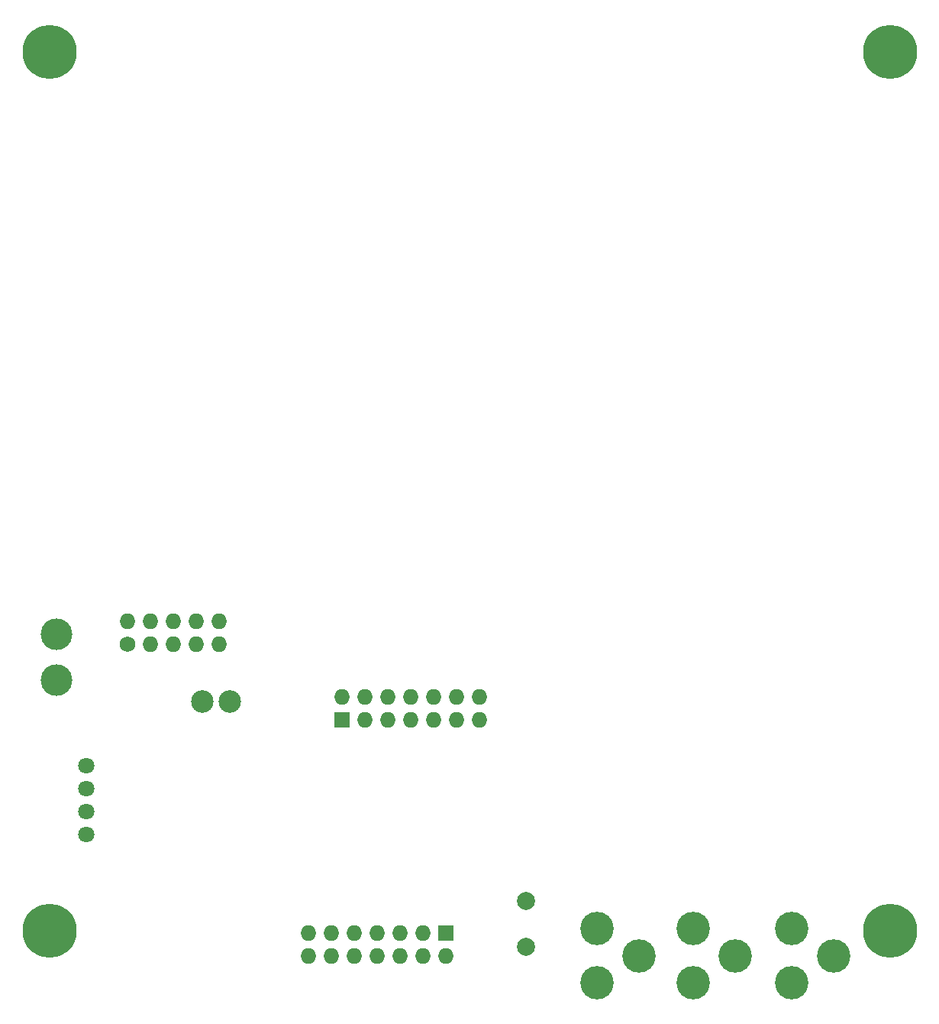
<source format=gbr>
%TF.GenerationSoftware,KiCad,Pcbnew,4.0.0-rc1-stable*%
%TF.CreationDate,2016-07-15T11:51:33+02:00*%
%TF.JobID,MOTOR_DRIVER,4D4F544F525F4452495645522E6B6963,rev?*%
%TF.FileFunction,Soldermask,Bot*%
%FSLAX46Y46*%
G04 Gerber Fmt 4.6, Leading zero omitted, Abs format (unit mm)*
G04 Created by KiCad (PCBNEW 4.0.0-rc1-stable) date 15.7.2016 11:51:33*
%MOMM*%
G01*
G04 APERTURE LIST*
%ADD10C,0.100000*%
%ADD11C,2.000000*%
%ADD12C,6.000000*%
%ADD13C,2.500000*%
%ADD14C,3.500000*%
%ADD15R,1.727200X1.727200*%
%ADD16O,1.727200X1.727200*%
%ADD17C,1.727200*%
%ADD18C,3.700000*%
%ADD19C,1.800000*%
G04 APERTURE END LIST*
D10*
D11*
X131572000Y-155458000D03*
X131572000Y-150358000D03*
D12*
X78740000Y-153680000D03*
X171940000Y-153680000D03*
X171940000Y-56280000D03*
X78740000Y-56280000D03*
D13*
X95732600Y-128295400D03*
X98780600Y-128295400D03*
D14*
X79527400Y-120853200D03*
X79527400Y-125933200D03*
D15*
X111201200Y-130302000D03*
D16*
X111201200Y-127762000D03*
X113741200Y-130302000D03*
X113741200Y-127762000D03*
X116281200Y-130302000D03*
X116281200Y-127762000D03*
X118821200Y-130302000D03*
X118821200Y-127762000D03*
X121361200Y-130302000D03*
X121361200Y-127762000D03*
X123901200Y-130302000D03*
X123901200Y-127762000D03*
X126441200Y-130302000D03*
X126441200Y-127762000D03*
D17*
X87426800Y-121970800D03*
D16*
X87426800Y-119430800D03*
X89966800Y-121970800D03*
X89966800Y-119430800D03*
X92506800Y-121970800D03*
X92506800Y-119430800D03*
X95046800Y-121970800D03*
X95046800Y-119430800D03*
X97586800Y-121970800D03*
X97586800Y-119430800D03*
D18*
X144146000Y-156464000D03*
X139446000Y-153464000D03*
X139446000Y-159464000D03*
X154814000Y-156464000D03*
X150114000Y-153464000D03*
X150114000Y-159464000D03*
X165736000Y-156464000D03*
X161036000Y-153464000D03*
X161036000Y-159464000D03*
D15*
X122682000Y-153924000D03*
D16*
X122682000Y-156464000D03*
X120142000Y-153924000D03*
X120142000Y-156464000D03*
X117602000Y-153924000D03*
X117602000Y-156464000D03*
X115062000Y-153924000D03*
X115062000Y-156464000D03*
X112522000Y-153924000D03*
X112522000Y-156464000D03*
X109982000Y-153924000D03*
X109982000Y-156464000D03*
X107442000Y-153924000D03*
X107442000Y-156464000D03*
D19*
X82804000Y-143022000D03*
X82804000Y-140462000D03*
X82804000Y-137922000D03*
X82804000Y-135362000D03*
M02*

</source>
